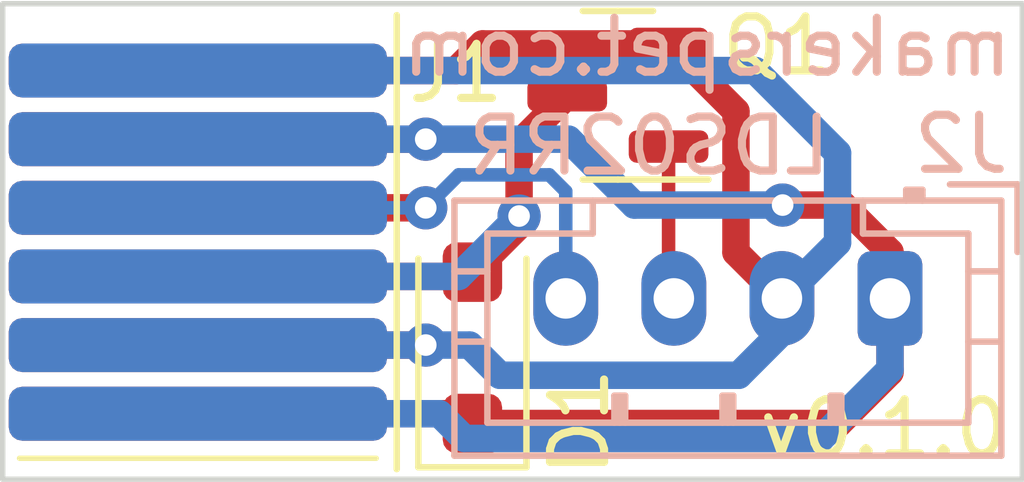
<source format=kicad_pcb>
(kicad_pcb (version 20221018) (generator pcbnew)
  (title_block (title "LDS02RR adapter") (date "2023-12-21") (rev "0.1.0") (company "Maker's Pet") (comment 1 "makerspet.com"))
  (layers (0 "F.Cu" signal) (31 "B.Cu" signal) (34 "B.Paste" user) (35 "F.Paste" user) (36 "B.SilkS" user "B.Silkscreen") (37 "F.SilkS" user "F.Silkscreen") (38 "B.Mask" user) (39 "F.Mask" user) (44 "Edge.Cuts" user))
  (net 0 "")
  (net 1 "+5V")
  (net 2 "/MOT-")
  (net 3 "GND")
  (net 4 "/TX")
  (net 5 "/MOT_EN")
  (footprint "Makerspet:LDS02RR_FPC12" (layer "F.Cu") (at 143.6116 94.4118 90)
    (fp_text reference "J1" (at 3.1242 4.7752 180) (layer "F.SilkS"))
    (fp_text value "~" hide)
    (fp_line (start -4.2 3.68) (end 4.2 3.68) (stroke (width 0.12)) (layer "F.SilkS"))
    (fp_line (start -4 -3.3) (end -4 3.3) (stroke (width 0.1)) (layer "F.SilkS"))
    (pad "1" smd roundrect (at -3.175 0 90) (size 1 7) (layers "F.Cu" "F.Mask") (net 1 "+5V"))
    (pad "2" smd roundrect (at -3.175 0 90) (size 1 7) (layers "B.Cu" "B.Mask") (net 1 "+5V"))
    (pad "3" smd roundrect (at -1.905 0 90) (size 1 7) (layers "F.Cu" "F.Mask") (net 3 "GND"))
    (pad "4" smd roundrect (at -1.905 0 90) (size 1 7) (layers "B.Cu" "B.Mask") (net 3 "GND"))
    (pad "5" smd roundrect (at -0.635 0 90) (size 1 7) (layers "F.Cu" "F.Mask") (net 2 "/MOT-"))
    (pad "6" smd roundrect (at -0.635 0 90) (size 1 7) (layers "B.Cu" "B.Mask") (net 2 "/MOT-"))
    (pad "7" smd roundrect (at 0.635 0 90) (size 1 7) (layers "F.Cu" "F.Mask") (net 4 "/TX"))
    (pad "8" smd roundrect (at 0.635 0 90) (size 1 7) (layers "B.Cu" "B.Mask") (net 4 "/TX"))
    (pad "9" smd roundrect (at 1.905 0 90) (size 1 7) (layers "F.Cu" "F.Mask") (net 1 "+5V"))
    (pad "10" smd roundrect (at 1.905 0 90) (size 1 7) (layers "B.Cu" "B.Mask") (net 1 "+5V"))
    (pad "11" smd roundrect (at 3.175 0 90) (size 1 7) (layers "F.Cu" "F.Mask") (net 3 "GND"))
    (pad "12" smd roundrect (at 3.175 0 90) (size 1 7) (layers "B.Cu" "B.Mask") (net 3 "GND"))
  )
  (footprint "Diode_SMD:D_SOD-123F" (layer "F.Cu") (at 148.6916 96.3676 90)
    (fp_text reference "D1" (at -1.3716 1.9812 90) (layer "F.SilkS"))
    (fp_text value "FS26" hide)
    (fp_line (start -2.21 -1) (end -2.21 1) (stroke (width 0.12)) (layer "F.SilkS"))
    (fp_line (start -2.21 -1) (end 1.65 -1) (stroke (width 0.12)) (layer "F.SilkS"))
    (fp_line (start -2.21 1) (end 1.65 1) (stroke (width 0.12)) (layer "F.SilkS"))
    (pad "1" smd roundrect (at -1.4 0 90) (size 1.1 1.1) (layers "F.Cu" "F.Paste" "F.Mask") (roundrect_rratio 0.2272727273) (net 1 "+5V"))
    (pad "2" smd roundrect (at 1.4 0 90) (size 1.1 1.1) (layers "F.Cu" "F.Paste" "F.Mask") (roundrect_rratio 0.2272727273) (net 2 "/MOT-"))
  )
  (footprint "Package_TO_SOT_SMD:SOT-23" (layer "F.Cu") (at 151.384 91.694 180)
    (fp_text reference "Q1" (at -2.9464 0.9144) (layer "F.SilkS"))
    (fp_text value "AS2302" hide)
    (fp_line (start 0 -1.56) (end -1.675 -1.56) (stroke (width 0.12)) (layer "F.SilkS"))
    (fp_line (start 0 -1.56) (end 0.65 -1.56) (stroke (width 0.12)) (layer "F.SilkS"))
    (fp_line (start 0 1.56) (end -0.65 1.56) (stroke (width 0.12)) (layer "F.SilkS"))
    (fp_line (start 0 1.56) (end 0.65 1.56) (stroke (width 0.12)) (layer "F.SilkS"))
    (pad "1" smd roundrect (at -0.9375 -0.95 180) (size 1.475 0.6) (layers "F.Cu" "F.Paste" "F.Mask") (net 5 "/MOT_EN"))
    (pad "2" smd roundrect (at -0.9375 0.95 180) (size 1.475 0.6) (layers "F.Cu" "F.Paste" "F.Mask") (net 3 "GND"))
    (pad "3" smd roundrect (at 0.9375 0 180) (size 1.475 0.6) (layers "F.Cu" "F.Paste" "F.Mask") (net 2 "/MOT-"))
  )
  (footprint "Connector_JST:JST_PH_B4B-PH-K_1x04_P2.00mm_Vertical" (layer "B.Cu") (at 156.4188 95.4532 180)
    (fp_text reference "J2" (at -1.3152 2.8536 -360) (layer "B.SilkS") (effects (justify mirror)))
    (fp_text value "JST PH F 4P VERT" hide)
    (fp_line (start -2.36 2.11) (end -2.36 0.86) (stroke (width 0.12)) (layer "B.SilkS"))
    (fp_line (start -2.06 -2.91) (end 8.06 -2.91) (stroke (width 0.12)) (layer "B.SilkS"))
    (fp_line (start -2.06 -0.8) (end -1.45 -0.8) (stroke (width 0.12)) (layer "B.SilkS"))
    (fp_line (start -2.06 0.5) (end -1.45 0.5) (stroke (width 0.12)) (layer "B.SilkS"))
    (fp_line (start -2.06 1.81) (end -2.06 -2.91) (stroke (width 0.12)) (layer "B.SilkS"))
    (fp_line (start -1.45 -2.3) (end 7.45 -2.3) (stroke (width 0.12)) (layer "B.SilkS"))
    (fp_line (start -1.45 1.2) (end -1.45 -2.3) (stroke (width 0.12)) (layer "B.SilkS"))
    (fp_line (start -1.11 2.11) (end -2.36 2.11) (stroke (width 0.12)) (layer "B.SilkS"))
    (fp_line (start -0.6 2.01) (end -0.6 1.81) (stroke (width 0.12)) (layer "B.SilkS"))
    (fp_line (start -0.3 1.81) (end -0.3 2.01) (stroke (width 0.12)) (layer "B.SilkS"))
    (fp_line (start -0.3 1.91) (end -0.6 1.91) (stroke (width 0.12)) (layer "B.SilkS"))
    (fp_line (start -0.3 2.01) (end -0.6 2.01) (stroke (width 0.12)) (layer "B.SilkS"))
    (fp_line (start 0.5 1.2) (end -1.45 1.2) (stroke (width 0.12)) (layer "B.SilkS"))
    (fp_line (start 0.5 1.81) (end 0.5 1.2) (stroke (width 0.12)) (layer "B.SilkS"))
    (fp_line (start 0.9 -2.3) (end 0.9 -1.8) (stroke (width 0.12)) (layer "B.SilkS"))
    (fp_line (start 0.9 -1.8) (end 1.1 -1.8) (stroke (width 0.12)) (layer "B.SilkS"))
    (fp_line (start 1 -2.3) (end 1 -1.8) (stroke (width 0.12)) (layer "B.SilkS"))
    (fp_line (start 1.1 -1.8) (end 1.1 -2.3) (stroke (width 0.12)) (layer "B.SilkS"))
    (fp_line (start 2.9 -2.3) (end 2.9 -1.8) (stroke (width 0.12)) (layer "B.SilkS"))
    (fp_line (start 2.9 -1.8) (end 3.1 -1.8) (stroke (width 0.12)) (layer "B.SilkS"))
    (fp_line (start 3 -2.3) (end 3 -1.8) (stroke (width 0.12)) (layer "B.SilkS"))
    (fp_line (start 3.1 -1.8) (end 3.1 -2.3) (stroke (width 0.12)) (layer "B.SilkS"))
    (fp_line (start 4.9 -2.3) (end 4.9 -1.8) (stroke (width 0.12)) (layer "B.SilkS"))
    (fp_line (start 4.9 -1.8) (end 5.1 -1.8) (stroke (width 0.12)) (layer "B.SilkS"))
    (fp_line (start 5 -2.3) (end 5 -1.8) (stroke (width 0.12)) (layer "B.SilkS"))
    (fp_line (start 5.1 -1.8) (end 5.1 -2.3) (stroke (width 0.12)) (layer "B.SilkS"))
    (fp_line (start 5.5 1.2) (end 5.5 1.81) (stroke (width 0.12)) (layer "B.SilkS"))
    (fp_line (start 7.45 -2.3) (end 7.45 1.2) (stroke (width 0.12)) (layer "B.SilkS"))
    (fp_line (start 7.45 1.2) (end 5.5 1.2) (stroke (width 0.12)) (layer "B.SilkS"))
    (fp_line (start 8.06 -2.91) (end 8.06 1.81) (stroke (width 0.12)) (layer "B.SilkS"))
    (fp_line (start 8.06 -0.8) (end 7.45 -0.8) (stroke (width 0.12)) (layer "B.SilkS"))
    (fp_line (start 8.06 0.5) (end 7.45 0.5) (stroke (width 0.12)) (layer "B.SilkS"))
    (fp_line (start 8.06 1.81) (end -2.06 1.81) (stroke (width 0.12)) (layer "B.SilkS"))
    (pad "1" thru_hole roundrect (at 0 0 180) (size 1.2 1.75) (drill 0.75) (layers "*.Cu" "*.Mask") (roundrect_rratio 0.2083333333) (net 1 "+5V"))
    (pad "2" thru_hole oval (at 2 0 180) (size 1.2 1.75) (drill 0.75) (layers "*.Cu" "*.Mask") (net 3 "GND"))
    (pad "3" thru_hole oval (at 4 0 180) (size 1.2 1.75) (drill 0.75) (layers "*.Cu" "*.Mask") (net 5 "/MOT_EN"))
    (pad "4" thru_hole oval (at 6 0 180) (size 1.2 1.75) (drill 0.75) (layers "*.Cu" "*.Mask") (net 4 "/TX"))
  )
  (gr_rect (start 140 90) (end 158.8672 98.8) (stroke (width 0.1)) (fill none) (layer "Edge.Cuts"))
  (gr_text "makerspet.com" (at 158.75 91.3892) (layer "B.SilkS") (effects (font (size 1 1)) (justify left bottom mirror)))
  (gr_text "LDS02RR" (at 155.3972 93.218) (layer "B.SilkS") (effects (font (size 1 1)) (justify left bottom mirror)))
  (gr_text "v0.1.0" (at 153.924 98.4504) (layer "F.SilkS") (effects (font (size 1 1)) (justify left bottom)))
  (segment (start 155.4704 97.7676) (end 156.4188 96.8192) (width 0.508) (layer "F.Cu") (net 1))
  (segment (start 143.6116 97.5868) (end 148.5108 97.5868) (width 0.508) (layer "F.Cu") (net 1))
  (segment (start 155.5496 93.726) (end 154.432 93.726) (width 0.508) (layer "F.Cu") (net 1))
  (segment (start 156.4188 94.5952) (end 156.4188 95.4532) (width 0.508) (layer "F.Cu") (net 1))
  (segment (start 148.7424 97.7676) (end 155.4704 97.7676) (width 0.508) (layer "F.Cu") (net 1))
  (segment (start 155.5496 93.726) (end 156.4188 94.5952) (width 0.508) (layer "F.Cu") (net 1))
  (segment (start 148.5108 97.5868) (end 148.6916 97.7676) (width 0.508) (layer "F.Cu") (net 1))
  (segment (start 156.4188 96.8192) (end 156.4188 95.4532) (width 0.508) (layer "F.Cu") (net 1))
  (segment (start 143.6116 92.5068) (end 147.828 92.5068) (width 0.508) (layer "F.Cu") (net 1))
  (via (at 154.432 93.726) (size 0.8) (drill 0.4) (layers "F.Cu" "B.Cu") (net 1))
  (via (at 147.828 92.5068) (size 0.8) (drill 0.4) (layers "F.Cu" "B.Cu") (net 1))
  (segment (start 150.4696 92.5068) (end 151.6888 93.726) (width 0.508) (layer "B.Cu") (net 1))
  (segment (start 143.6116 92.5068) (end 147.828 92.5068) (width 0.508) (layer "B.Cu") (net 1))
  (segment (start 147.828 92.5068) (end 150.4696 92.5068) (width 0.508) (layer "B.Cu") (net 1))
  (segment (start 155.1432 98.044) (end 156.4188 96.7684) (width 0.508) (layer "B.Cu") (net 1))
  (segment (start 148.082 97.5868) (end 148.5392 98.044) (width 0.508) (layer "B.Cu") (net 1))
  (segment (start 143.6116 97.5868) (end 148.082 97.5868) (width 0.508) (layer "B.Cu") (net 1))
  (segment (start 148.5392 98.044) (end 155.1432 98.044) (width 0.508) (layer "B.Cu") (net 1))
  (segment (start 156.4188 96.7684) (end 156.4188 95.4532) (width 0.508) (layer "B.Cu") (net 1))
  (segment (start 151.6888 93.726) (end 154.432 93.726) (width 0.508) (layer "B.Cu") (net 1))
  (segment (start 149.5552 93.9292) (end 149.5552 94.104) (width 0.25) (layer "F.Cu") (net 2))
  (segment (start 149.5552 92.5853) (end 149.5552 93.9292) (width 0.508) (layer "F.Cu") (net 2))
  (segment (start 148.6124 95.0468) (end 148.6916 94.9676) (width 0.25) (layer "F.Cu") (net 2))
  (segment (start 149.5552 94.104) (end 148.6916 94.9676) (width 0.508) (layer "F.Cu") (net 2))
  (segment (start 150.4465 91.694) (end 149.5552 92.5853) (width 0.508) (layer "F.Cu") (net 2))
  (segment (start 143.6116 95.0468) (end 148.6124 95.0468) (width 0.508) (layer "F.Cu") (net 2))
  (via (at 149.5552 93.9292) (size 0.8) (drill 0.4) (layers "F.Cu" "B.Cu") (net 2))
  (segment (start 143.6116 95.0468) (end 148.4376 95.0468) (width 0.508) (layer "B.Cu") (net 2))
  (segment (start 148.4376 95.0468) (end 149.5552 93.9292) (width 0.508) (layer "B.Cu") (net 2))
  (segment (start 153.5684 91.9909) (end 153.5684 94.6028) (width 0.508) (layer "F.Cu") (net 3))
  (segment (start 153.5684 94.6028) (end 154.4188 95.4532) (width 0.508) (layer "F.Cu") (net 3))
  (segment (start 152.3215 90.744) (end 153.5684 91.9909) (width 0.508) (layer "F.Cu") (net 3))
  (segment (start 143.6116 91.2368) (end 148.3868 91.2368) (width 0.508) (layer "F.Cu") (net 3))
  (segment (start 148.8796 90.744) (end 152.3215 90.744) (width 0.508) (layer "F.Cu") (net 3))
  (segment (start 143.6116 96.3168) (end 147.828 96.3168) (width 0.508) (layer "F.Cu") (net 3))
  (segment (start 148.3868 91.2368) (end 148.8796 90.744) (width 0.508) (layer "F.Cu") (net 3))
  (via (at 147.828 96.3168) (size 0.8) (drill 0.4) (layers "F.Cu" "B.Cu") (net 3))
  (segment (start 148.6408 96.3168) (end 149.1996 96.8756) (width 0.508) (layer "B.Cu") (net 3))
  (segment (start 143.6116 96.3168) (end 147.828 96.3168) (width 0.508) (layer "B.Cu") (net 3))
  (segment (start 155.448 92.7608) (end 155.448 94.424) (width 0.508) (layer "B.Cu") (net 3))
  (segment (start 155.448 94.424) (end 154.4188 95.4532) (width 0.508) (layer "B.Cu") (net 3))
  (segment (start 154.4188 96.076) (end 154.4188 95.4532) (width 0.508) (layer "B.Cu") (net 3))
  (segment (start 153.6192 96.8756) (end 154.4188 96.076) (width 0.508) (layer "B.Cu") (net 3))
  (segment (start 149.1996 96.8756) (end 153.6192 96.8756) (width 0.508) (layer "B.Cu") (net 3))
  (segment (start 147.828 96.3168) (end 148.6408 96.3168) (width 0.508) (layer "B.Cu") (net 3))
  (segment (start 143.6116 91.2368) (end 153.924 91.2368) (width 0.508) (layer "B.Cu") (net 3))
  (segment (start 153.924 91.2368) (end 155.448 92.7608) (width 0.508) (layer "B.Cu") (net 3))
  (segment (start 143.6116 93.7768) (end 147.828 93.7768) (width 0.508) (layer "F.Cu") (net 4))
  (via (at 147.828 93.7768) (size 0.8) (drill 0.4) (layers "F.Cu" "B.Cu") (net 4))
  (segment (start 148.4376 93.1672) (end 150.114 93.1672) (width 0.25) (layer "B.Cu") (net 4))
  (segment (start 150.114 93.1672) (end 150.4188 93.472) (width 0.25) (layer "B.Cu") (net 4))
  (segment (start 150.4188 93.472) (end 150.4188 95.4532) (width 0.25) (layer "B.Cu") (net 4))
  (segment (start 143.6116 93.7768) (end 147.828 93.7768) (width 0.25) (layer "B.Cu") (net 4))
  (segment (start 147.828 93.7768) (end 148.4376 93.1672) (width 0.25) (layer "B.Cu") (net 4))
  (segment (start 152.3215 95.4183) (end 152.3652 95.462) (width 0.25) (layer "F.Cu") (net 5))
  (segment (start 152.3215 92.644) (end 152.3215 95.4183) (width 0.25) (layer "F.Cu") (net 5))
  (segment (start 152.3215 95.3167) (end 152.4668 95.462) (width 0.25) (layer "F.Cu") (net 5))
)
</source>
